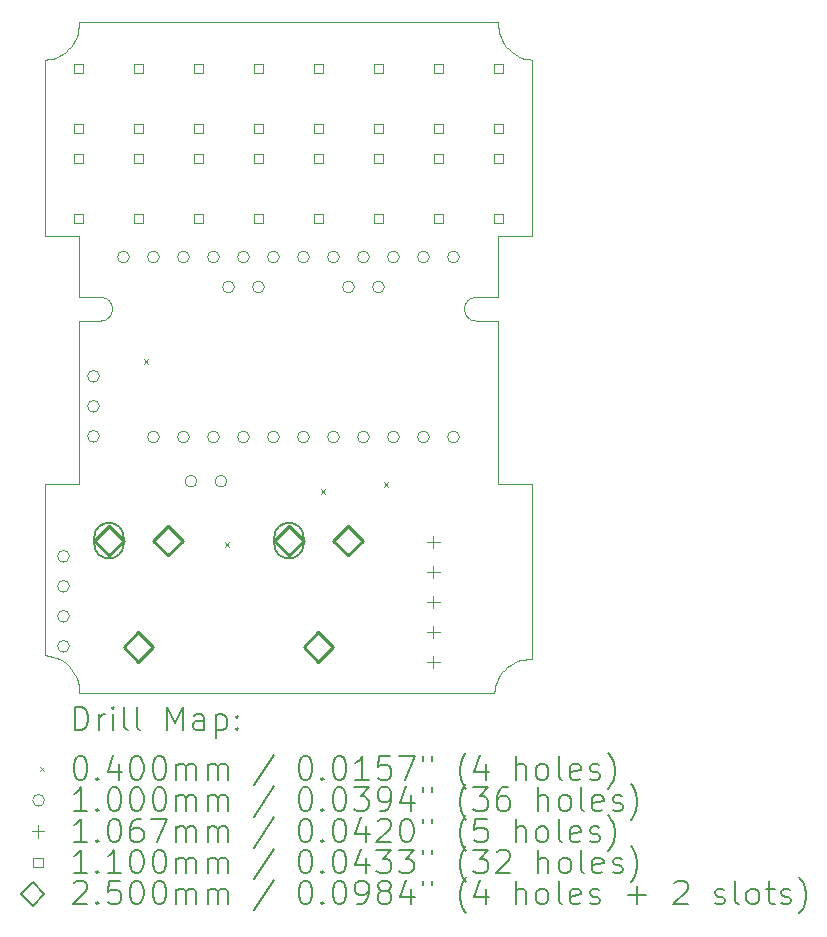
<source format=gbr>
%TF.GenerationSoftware,KiCad,Pcbnew,(6.0.7)*%
%TF.CreationDate,2022-08-14T18:42:13+02:00*%
%TF.ProjectId,BURC_Encoder_JRFormat,42555243-5f45-46e6-936f-6465725f4a52,v1.0*%
%TF.SameCoordinates,Original*%
%TF.FileFunction,Drillmap*%
%TF.FilePolarity,Positive*%
%FSLAX45Y45*%
G04 Gerber Fmt 4.5, Leading zero omitted, Abs format (unit mm)*
G04 Created by KiCad (PCBNEW (6.0.7)) date 2022-08-14 18:42:13*
%MOMM*%
%LPD*%
G01*
G04 APERTURE LIST*
%ADD10C,0.100000*%
%ADD11C,0.050000*%
%ADD12C,0.200000*%
%ADD13C,0.040000*%
%ADD14C,0.106680*%
%ADD15C,0.110000*%
%ADD16C,0.250000*%
G04 APERTURE END LIST*
D10*
X16635485Y-7700989D02*
X16635485Y-7671728D01*
X13087324Y-13319739D02*
X13087324Y-13349000D01*
D11*
X16918457Y-13063225D02*
X16920000Y-11580000D01*
X13085000Y-10200000D02*
X13085000Y-11580000D01*
D10*
X12974903Y-13098988D02*
X12998576Y-13120324D01*
X16713479Y-13130636D02*
X16739260Y-13111916D01*
X16684177Y-7850925D02*
X16668251Y-7823316D01*
X16891924Y-7985901D02*
X16860733Y-7979272D01*
X13085000Y-10000000D02*
X13085000Y-9476500D01*
X16649700Y-13201451D02*
X16668445Y-13175645D01*
X16689781Y-13151972D02*
X16713479Y-13130636D01*
D11*
X13087324Y-13350000D02*
X16601000Y-13350000D01*
D10*
X12921512Y-13064291D02*
X12949097Y-13080243D01*
X16610914Y-13288472D02*
X16620769Y-13258170D01*
X13035823Y-7850925D02*
X13017103Y-7876706D01*
D11*
X13085000Y-11580000D02*
X12800000Y-11580000D01*
D10*
X12949097Y-13080243D02*
X12974903Y-13098988D01*
X16921261Y-7988974D02*
X16891924Y-7985901D01*
X16739260Y-13111916D02*
X16766870Y-13095991D01*
X16889197Y-13063225D02*
X16918457Y-13063225D01*
X16826306Y-13073181D02*
X16857497Y-13066552D01*
D11*
X16635000Y-9476500D02*
X16921261Y-9476500D01*
X16920000Y-11580000D02*
X16635000Y-11580000D01*
D10*
X16766870Y-13095991D02*
X16796004Y-13083011D01*
X12862076Y-13041457D02*
X12892379Y-13051312D01*
X13074558Y-7763880D02*
X13064703Y-7794182D01*
X16860733Y-7979272D02*
X16830430Y-7969416D01*
D11*
X16635000Y-10000000D02*
X16450000Y-10000000D01*
D10*
X16830430Y-7969416D02*
X16801297Y-7956437D01*
X13081187Y-7732688D02*
X13074558Y-7763880D01*
X13270000Y-10200000D02*
G75*
G03*
X13270000Y-10000000I0J100000D01*
G01*
D11*
X16450000Y-10200000D02*
X16635000Y-10200000D01*
D10*
X12995767Y-7900405D02*
X12972094Y-7921741D01*
X16801297Y-7956437D02*
X16773712Y-7940486D01*
X12918703Y-7956437D02*
X12889570Y-7969391D01*
X13054558Y-13197413D02*
X13067537Y-13226547D01*
D11*
X16635000Y-10000000D02*
X16635000Y-9476500D01*
D10*
X13051749Y-7823316D02*
X13035823Y-7850925D01*
X16773712Y-7940486D02*
X16747906Y-7921741D01*
X16635485Y-7671728D02*
X13084489Y-7671728D01*
X16921261Y-9476500D02*
X16921261Y-7988974D01*
X13083996Y-13288040D02*
X13087324Y-13319739D01*
X16620769Y-13258170D02*
X16633749Y-13229036D01*
X16747906Y-7921741D02*
X16724233Y-7900405D01*
X16702897Y-7876706D02*
X16684177Y-7850925D01*
X16633749Y-13229036D02*
X16649700Y-13201451D01*
X12892379Y-13051312D02*
X12921512Y-13064291D01*
X12998576Y-13120324D02*
X13019912Y-13144022D01*
X16655272Y-7794182D02*
X16645442Y-7763880D01*
X12828076Y-7985901D02*
X12798739Y-7988974D01*
X16796004Y-13083011D02*
X16826306Y-13073181D01*
X13017103Y-7876706D02*
X12995767Y-7900405D01*
X13084515Y-7700989D02*
X13081187Y-7732688D01*
X12801548Y-13031754D02*
X12830885Y-13034827D01*
X16638813Y-7732688D02*
X16635485Y-7700989D01*
X12946288Y-7940486D02*
X12918703Y-7956437D01*
X12859267Y-7979246D02*
X12828076Y-7985901D01*
X13064703Y-7794182D02*
X13051749Y-7823316D01*
X16604285Y-13319663D02*
X16610914Y-13288472D01*
X16668445Y-13175645D02*
X16689781Y-13151972D01*
X13038632Y-13169803D02*
X13054558Y-13197413D01*
X12889570Y-7969391D02*
X12859267Y-7979246D01*
X13085000Y-10200000D02*
X13270000Y-10200000D01*
X16601211Y-13349000D02*
X16604285Y-13319663D01*
X16645442Y-7763880D02*
X16638813Y-7732688D01*
X13084489Y-7671728D02*
X13084515Y-7700989D01*
X12830885Y-13034827D02*
X12862076Y-13041457D01*
X12798739Y-7988974D02*
X12798739Y-9476500D01*
X16724233Y-7900405D02*
X16702897Y-7876706D01*
X12972094Y-7921741D02*
X12946288Y-7940486D01*
X16668251Y-7823316D02*
X16655272Y-7794182D01*
X13067537Y-13226547D02*
X13077367Y-13256849D01*
D11*
X16635000Y-10200000D02*
X16635000Y-11580000D01*
D10*
X13019912Y-13144022D02*
X13038632Y-13169803D01*
D11*
X12800000Y-11580000D02*
X12801548Y-13031754D01*
D10*
X16857497Y-13066552D02*
X16889197Y-13063225D01*
X13270000Y-10000000D02*
X13085000Y-10000000D01*
X12798739Y-9476500D02*
X13085000Y-9476500D01*
D11*
X16450000Y-10000000D02*
G75*
G03*
X16450000Y-10200000I0J-100000D01*
G01*
D10*
X13077367Y-13256849D02*
X13083996Y-13288040D01*
D12*
D13*
X13632500Y-10521000D02*
X13672500Y-10561000D01*
X13672500Y-10521000D02*
X13632500Y-10561000D01*
X14318300Y-12070400D02*
X14358300Y-12110400D01*
X14358300Y-12070400D02*
X14318300Y-12110400D01*
X15131100Y-11625900D02*
X15171100Y-11665900D01*
X15171100Y-11625900D02*
X15131100Y-11665900D01*
X15664500Y-11565000D02*
X15704500Y-11605000D01*
X15704500Y-11565000D02*
X15664500Y-11605000D01*
D10*
X13004000Y-12192000D02*
G75*
G03*
X13004000Y-12192000I-50000J0D01*
G01*
X13004000Y-12446000D02*
G75*
G03*
X13004000Y-12446000I-50000J0D01*
G01*
X13004000Y-12700000D02*
G75*
G03*
X13004000Y-12700000I-50000J0D01*
G01*
X13004000Y-12954000D02*
G75*
G03*
X13004000Y-12954000I-50000J0D01*
G01*
X13258000Y-10668000D02*
G75*
G03*
X13258000Y-10668000I-50000J0D01*
G01*
X13258000Y-10922000D02*
G75*
G03*
X13258000Y-10922000I-50000J0D01*
G01*
X13258000Y-11176000D02*
G75*
G03*
X13258000Y-11176000I-50000J0D01*
G01*
X13512000Y-9658500D02*
G75*
G03*
X13512000Y-9658500I-50000J0D01*
G01*
X13766000Y-9658500D02*
G75*
G03*
X13766000Y-9658500I-50000J0D01*
G01*
X13766000Y-11182500D02*
G75*
G03*
X13766000Y-11182500I-50000J0D01*
G01*
X14020000Y-9658500D02*
G75*
G03*
X14020000Y-9658500I-50000J0D01*
G01*
X14020000Y-11182500D02*
G75*
G03*
X14020000Y-11182500I-50000J0D01*
G01*
X14083500Y-11557000D02*
G75*
G03*
X14083500Y-11557000I-50000J0D01*
G01*
X14274000Y-9658500D02*
G75*
G03*
X14274000Y-9658500I-50000J0D01*
G01*
X14274000Y-11182500D02*
G75*
G03*
X14274000Y-11182500I-50000J0D01*
G01*
X14337500Y-11557000D02*
G75*
G03*
X14337500Y-11557000I-50000J0D01*
G01*
X14401000Y-9912500D02*
G75*
G03*
X14401000Y-9912500I-50000J0D01*
G01*
X14528000Y-9658500D02*
G75*
G03*
X14528000Y-9658500I-50000J0D01*
G01*
X14528000Y-11182500D02*
G75*
G03*
X14528000Y-11182500I-50000J0D01*
G01*
X14655000Y-9912500D02*
G75*
G03*
X14655000Y-9912500I-50000J0D01*
G01*
X14782000Y-9658500D02*
G75*
G03*
X14782000Y-9658500I-50000J0D01*
G01*
X14782000Y-11182500D02*
G75*
G03*
X14782000Y-11182500I-50000J0D01*
G01*
X15036000Y-9658500D02*
G75*
G03*
X15036000Y-9658500I-50000J0D01*
G01*
X15036000Y-11182500D02*
G75*
G03*
X15036000Y-11182500I-50000J0D01*
G01*
X15290000Y-9658500D02*
G75*
G03*
X15290000Y-9658500I-50000J0D01*
G01*
X15290000Y-11182500D02*
G75*
G03*
X15290000Y-11182500I-50000J0D01*
G01*
X15417000Y-9912500D02*
G75*
G03*
X15417000Y-9912500I-50000J0D01*
G01*
X15544000Y-9658500D02*
G75*
G03*
X15544000Y-9658500I-50000J0D01*
G01*
X15544000Y-11182500D02*
G75*
G03*
X15544000Y-11182500I-50000J0D01*
G01*
X15671000Y-9912500D02*
G75*
G03*
X15671000Y-9912500I-50000J0D01*
G01*
X15798000Y-9658500D02*
G75*
G03*
X15798000Y-9658500I-50000J0D01*
G01*
X15798000Y-11182500D02*
G75*
G03*
X15798000Y-11182500I-50000J0D01*
G01*
X16052000Y-9658500D02*
G75*
G03*
X16052000Y-9658500I-50000J0D01*
G01*
X16052000Y-11182500D02*
G75*
G03*
X16052000Y-11182500I-50000J0D01*
G01*
X16306000Y-9658500D02*
G75*
G03*
X16306000Y-9658500I-50000J0D01*
G01*
X16306000Y-11182500D02*
G75*
G03*
X16306000Y-11182500I-50000J0D01*
G01*
D14*
X16084922Y-12018613D02*
X16084922Y-12125293D01*
X16031582Y-12071953D02*
X16138262Y-12071953D01*
X16084922Y-12272613D02*
X16084922Y-12379293D01*
X16031582Y-12325953D02*
X16138262Y-12325953D01*
X16084922Y-12526613D02*
X16084922Y-12633293D01*
X16031582Y-12579953D02*
X16138262Y-12579953D01*
X16084922Y-12780613D02*
X16084922Y-12887293D01*
X16031582Y-12833953D02*
X16138262Y-12833953D01*
X16084922Y-13034613D02*
X16084922Y-13141293D01*
X16031582Y-13087953D02*
X16138262Y-13087953D01*
D15*
X13119891Y-8103391D02*
X13119891Y-8025609D01*
X13042109Y-8025609D01*
X13042109Y-8103391D01*
X13119891Y-8103391D01*
X13119891Y-8611391D02*
X13119891Y-8533609D01*
X13042109Y-8533609D01*
X13042109Y-8611391D01*
X13119891Y-8611391D01*
X13119891Y-8865391D02*
X13119891Y-8787609D01*
X13042109Y-8787609D01*
X13042109Y-8865391D01*
X13119891Y-8865391D01*
X13119891Y-9373391D02*
X13119891Y-9295609D01*
X13042109Y-9295609D01*
X13042109Y-9373391D01*
X13119891Y-9373391D01*
X13627891Y-8103391D02*
X13627891Y-8025609D01*
X13550109Y-8025609D01*
X13550109Y-8103391D01*
X13627891Y-8103391D01*
X13627891Y-8611391D02*
X13627891Y-8533609D01*
X13550109Y-8533609D01*
X13550109Y-8611391D01*
X13627891Y-8611391D01*
X13627891Y-8865391D02*
X13627891Y-8787609D01*
X13550109Y-8787609D01*
X13550109Y-8865391D01*
X13627891Y-8865391D01*
X13627891Y-9373391D02*
X13627891Y-9295609D01*
X13550109Y-9295609D01*
X13550109Y-9373391D01*
X13627891Y-9373391D01*
X14135891Y-8103391D02*
X14135891Y-8025609D01*
X14058109Y-8025609D01*
X14058109Y-8103391D01*
X14135891Y-8103391D01*
X14135891Y-8611391D02*
X14135891Y-8533609D01*
X14058109Y-8533609D01*
X14058109Y-8611391D01*
X14135891Y-8611391D01*
X14135891Y-8865391D02*
X14135891Y-8787609D01*
X14058109Y-8787609D01*
X14058109Y-8865391D01*
X14135891Y-8865391D01*
X14135891Y-9373391D02*
X14135891Y-9295609D01*
X14058109Y-9295609D01*
X14058109Y-9373391D01*
X14135891Y-9373391D01*
X14643891Y-8103391D02*
X14643891Y-8025609D01*
X14566109Y-8025609D01*
X14566109Y-8103391D01*
X14643891Y-8103391D01*
X14643891Y-8611391D02*
X14643891Y-8533609D01*
X14566109Y-8533609D01*
X14566109Y-8611391D01*
X14643891Y-8611391D01*
X14643891Y-8865391D02*
X14643891Y-8787609D01*
X14566109Y-8787609D01*
X14566109Y-8865391D01*
X14643891Y-8865391D01*
X14643891Y-9373391D02*
X14643891Y-9295609D01*
X14566109Y-9295609D01*
X14566109Y-9373391D01*
X14643891Y-9373391D01*
X15151891Y-8103391D02*
X15151891Y-8025609D01*
X15074109Y-8025609D01*
X15074109Y-8103391D01*
X15151891Y-8103391D01*
X15151891Y-8611391D02*
X15151891Y-8533609D01*
X15074109Y-8533609D01*
X15074109Y-8611391D01*
X15151891Y-8611391D01*
X15151891Y-8865391D02*
X15151891Y-8787609D01*
X15074109Y-8787609D01*
X15074109Y-8865391D01*
X15151891Y-8865391D01*
X15151891Y-9373391D02*
X15151891Y-9295609D01*
X15074109Y-9295609D01*
X15074109Y-9373391D01*
X15151891Y-9373391D01*
X15659891Y-8103391D02*
X15659891Y-8025609D01*
X15582109Y-8025609D01*
X15582109Y-8103391D01*
X15659891Y-8103391D01*
X15659891Y-8611391D02*
X15659891Y-8533609D01*
X15582109Y-8533609D01*
X15582109Y-8611391D01*
X15659891Y-8611391D01*
X15659891Y-8865391D02*
X15659891Y-8787609D01*
X15582109Y-8787609D01*
X15582109Y-8865391D01*
X15659891Y-8865391D01*
X15659891Y-9373391D02*
X15659891Y-9295609D01*
X15582109Y-9295609D01*
X15582109Y-9373391D01*
X15659891Y-9373391D01*
X16167891Y-8103391D02*
X16167891Y-8025609D01*
X16090109Y-8025609D01*
X16090109Y-8103391D01*
X16167891Y-8103391D01*
X16167891Y-8611391D02*
X16167891Y-8533609D01*
X16090109Y-8533609D01*
X16090109Y-8611391D01*
X16167891Y-8611391D01*
X16167891Y-8865391D02*
X16167891Y-8787609D01*
X16090109Y-8787609D01*
X16090109Y-8865391D01*
X16167891Y-8865391D01*
X16167891Y-9373391D02*
X16167891Y-9295609D01*
X16090109Y-9295609D01*
X16090109Y-9373391D01*
X16167891Y-9373391D01*
X16675891Y-8103391D02*
X16675891Y-8025609D01*
X16598109Y-8025609D01*
X16598109Y-8103391D01*
X16675891Y-8103391D01*
X16675891Y-8611391D02*
X16675891Y-8533609D01*
X16598109Y-8533609D01*
X16598109Y-8611391D01*
X16675891Y-8611391D01*
X16675891Y-8865391D02*
X16675891Y-8787609D01*
X16598109Y-8787609D01*
X16598109Y-8865391D01*
X16675891Y-8865391D01*
X16675891Y-9373391D02*
X16675891Y-9295609D01*
X16598109Y-9295609D01*
X16598109Y-9373391D01*
X16675891Y-9373391D01*
D16*
X13339000Y-12184500D02*
X13464000Y-12059500D01*
X13339000Y-11934500D01*
X13214000Y-12059500D01*
X13339000Y-12184500D01*
D12*
X13214000Y-12034500D02*
X13214000Y-12084500D01*
X13464000Y-12034500D02*
X13464000Y-12084500D01*
X13214000Y-12084500D02*
G75*
G03*
X13464000Y-12084500I125000J0D01*
G01*
X13464000Y-12034500D02*
G75*
G03*
X13214000Y-12034500I-125000J0D01*
G01*
D16*
X13589000Y-13084500D02*
X13714000Y-12959500D01*
X13589000Y-12834500D01*
X13464000Y-12959500D01*
X13589000Y-13084500D01*
X13839000Y-12184500D02*
X13964000Y-12059500D01*
X13839000Y-11934500D01*
X13714000Y-12059500D01*
X13839000Y-12184500D01*
X14863000Y-12184500D02*
X14988000Y-12059500D01*
X14863000Y-11934500D01*
X14738000Y-12059500D01*
X14863000Y-12184500D01*
D12*
X14738000Y-12034500D02*
X14738000Y-12084500D01*
X14988000Y-12034500D02*
X14988000Y-12084500D01*
X14738000Y-12084500D02*
G75*
G03*
X14988000Y-12084500I125000J0D01*
G01*
X14988000Y-12034500D02*
G75*
G03*
X14738000Y-12034500I-125000J0D01*
G01*
D16*
X15113000Y-13084500D02*
X15238000Y-12959500D01*
X15113000Y-12834500D01*
X14988000Y-12959500D01*
X15113000Y-13084500D01*
X15363000Y-12184500D02*
X15488000Y-12059500D01*
X15363000Y-11934500D01*
X15238000Y-12059500D01*
X15363000Y-12184500D01*
D12*
X13051358Y-13664476D02*
X13051358Y-13464476D01*
X13098977Y-13464476D01*
X13127549Y-13474000D01*
X13146596Y-13493048D01*
X13156120Y-13512095D01*
X13165644Y-13550190D01*
X13165644Y-13578762D01*
X13156120Y-13616857D01*
X13146596Y-13635905D01*
X13127549Y-13654952D01*
X13098977Y-13664476D01*
X13051358Y-13664476D01*
X13251358Y-13664476D02*
X13251358Y-13531143D01*
X13251358Y-13569238D02*
X13260882Y-13550190D01*
X13270406Y-13540667D01*
X13289453Y-13531143D01*
X13308501Y-13531143D01*
X13375168Y-13664476D02*
X13375168Y-13531143D01*
X13375168Y-13464476D02*
X13365644Y-13474000D01*
X13375168Y-13483524D01*
X13384691Y-13474000D01*
X13375168Y-13464476D01*
X13375168Y-13483524D01*
X13498977Y-13664476D02*
X13479930Y-13654952D01*
X13470406Y-13635905D01*
X13470406Y-13464476D01*
X13603739Y-13664476D02*
X13584691Y-13654952D01*
X13575168Y-13635905D01*
X13575168Y-13464476D01*
X13832311Y-13664476D02*
X13832311Y-13464476D01*
X13898977Y-13607333D01*
X13965644Y-13464476D01*
X13965644Y-13664476D01*
X14146596Y-13664476D02*
X14146596Y-13559714D01*
X14137072Y-13540667D01*
X14118025Y-13531143D01*
X14079930Y-13531143D01*
X14060882Y-13540667D01*
X14146596Y-13654952D02*
X14127549Y-13664476D01*
X14079930Y-13664476D01*
X14060882Y-13654952D01*
X14051358Y-13635905D01*
X14051358Y-13616857D01*
X14060882Y-13597809D01*
X14079930Y-13588286D01*
X14127549Y-13588286D01*
X14146596Y-13578762D01*
X14241834Y-13531143D02*
X14241834Y-13731143D01*
X14241834Y-13540667D02*
X14260882Y-13531143D01*
X14298977Y-13531143D01*
X14318025Y-13540667D01*
X14327549Y-13550190D01*
X14337072Y-13569238D01*
X14337072Y-13626381D01*
X14327549Y-13645428D01*
X14318025Y-13654952D01*
X14298977Y-13664476D01*
X14260882Y-13664476D01*
X14241834Y-13654952D01*
X14422787Y-13645428D02*
X14432311Y-13654952D01*
X14422787Y-13664476D01*
X14413263Y-13654952D01*
X14422787Y-13645428D01*
X14422787Y-13664476D01*
X14422787Y-13540667D02*
X14432311Y-13550190D01*
X14422787Y-13559714D01*
X14413263Y-13550190D01*
X14422787Y-13540667D01*
X14422787Y-13559714D01*
D13*
X12753739Y-13974000D02*
X12793739Y-14014000D01*
X12793739Y-13974000D02*
X12753739Y-14014000D01*
D12*
X13089453Y-13884476D02*
X13108501Y-13884476D01*
X13127549Y-13894000D01*
X13137072Y-13903524D01*
X13146596Y-13922571D01*
X13156120Y-13960667D01*
X13156120Y-14008286D01*
X13146596Y-14046381D01*
X13137072Y-14065428D01*
X13127549Y-14074952D01*
X13108501Y-14084476D01*
X13089453Y-14084476D01*
X13070406Y-14074952D01*
X13060882Y-14065428D01*
X13051358Y-14046381D01*
X13041834Y-14008286D01*
X13041834Y-13960667D01*
X13051358Y-13922571D01*
X13060882Y-13903524D01*
X13070406Y-13894000D01*
X13089453Y-13884476D01*
X13241834Y-14065428D02*
X13251358Y-14074952D01*
X13241834Y-14084476D01*
X13232311Y-14074952D01*
X13241834Y-14065428D01*
X13241834Y-14084476D01*
X13422787Y-13951143D02*
X13422787Y-14084476D01*
X13375168Y-13874952D02*
X13327549Y-14017809D01*
X13451358Y-14017809D01*
X13565644Y-13884476D02*
X13584691Y-13884476D01*
X13603739Y-13894000D01*
X13613263Y-13903524D01*
X13622787Y-13922571D01*
X13632311Y-13960667D01*
X13632311Y-14008286D01*
X13622787Y-14046381D01*
X13613263Y-14065428D01*
X13603739Y-14074952D01*
X13584691Y-14084476D01*
X13565644Y-14084476D01*
X13546596Y-14074952D01*
X13537072Y-14065428D01*
X13527549Y-14046381D01*
X13518025Y-14008286D01*
X13518025Y-13960667D01*
X13527549Y-13922571D01*
X13537072Y-13903524D01*
X13546596Y-13894000D01*
X13565644Y-13884476D01*
X13756120Y-13884476D02*
X13775168Y-13884476D01*
X13794215Y-13894000D01*
X13803739Y-13903524D01*
X13813263Y-13922571D01*
X13822787Y-13960667D01*
X13822787Y-14008286D01*
X13813263Y-14046381D01*
X13803739Y-14065428D01*
X13794215Y-14074952D01*
X13775168Y-14084476D01*
X13756120Y-14084476D01*
X13737072Y-14074952D01*
X13727549Y-14065428D01*
X13718025Y-14046381D01*
X13708501Y-14008286D01*
X13708501Y-13960667D01*
X13718025Y-13922571D01*
X13727549Y-13903524D01*
X13737072Y-13894000D01*
X13756120Y-13884476D01*
X13908501Y-14084476D02*
X13908501Y-13951143D01*
X13908501Y-13970190D02*
X13918025Y-13960667D01*
X13937072Y-13951143D01*
X13965644Y-13951143D01*
X13984691Y-13960667D01*
X13994215Y-13979714D01*
X13994215Y-14084476D01*
X13994215Y-13979714D02*
X14003739Y-13960667D01*
X14022787Y-13951143D01*
X14051358Y-13951143D01*
X14070406Y-13960667D01*
X14079930Y-13979714D01*
X14079930Y-14084476D01*
X14175168Y-14084476D02*
X14175168Y-13951143D01*
X14175168Y-13970190D02*
X14184691Y-13960667D01*
X14203739Y-13951143D01*
X14232311Y-13951143D01*
X14251358Y-13960667D01*
X14260882Y-13979714D01*
X14260882Y-14084476D01*
X14260882Y-13979714D02*
X14270406Y-13960667D01*
X14289453Y-13951143D01*
X14318025Y-13951143D01*
X14337072Y-13960667D01*
X14346596Y-13979714D01*
X14346596Y-14084476D01*
X14737072Y-13874952D02*
X14565644Y-14132095D01*
X14994215Y-13884476D02*
X15013263Y-13884476D01*
X15032311Y-13894000D01*
X15041834Y-13903524D01*
X15051358Y-13922571D01*
X15060882Y-13960667D01*
X15060882Y-14008286D01*
X15051358Y-14046381D01*
X15041834Y-14065428D01*
X15032311Y-14074952D01*
X15013263Y-14084476D01*
X14994215Y-14084476D01*
X14975168Y-14074952D01*
X14965644Y-14065428D01*
X14956120Y-14046381D01*
X14946596Y-14008286D01*
X14946596Y-13960667D01*
X14956120Y-13922571D01*
X14965644Y-13903524D01*
X14975168Y-13894000D01*
X14994215Y-13884476D01*
X15146596Y-14065428D02*
X15156120Y-14074952D01*
X15146596Y-14084476D01*
X15137072Y-14074952D01*
X15146596Y-14065428D01*
X15146596Y-14084476D01*
X15279930Y-13884476D02*
X15298977Y-13884476D01*
X15318025Y-13894000D01*
X15327549Y-13903524D01*
X15337072Y-13922571D01*
X15346596Y-13960667D01*
X15346596Y-14008286D01*
X15337072Y-14046381D01*
X15327549Y-14065428D01*
X15318025Y-14074952D01*
X15298977Y-14084476D01*
X15279930Y-14084476D01*
X15260882Y-14074952D01*
X15251358Y-14065428D01*
X15241834Y-14046381D01*
X15232311Y-14008286D01*
X15232311Y-13960667D01*
X15241834Y-13922571D01*
X15251358Y-13903524D01*
X15260882Y-13894000D01*
X15279930Y-13884476D01*
X15537072Y-14084476D02*
X15422787Y-14084476D01*
X15479930Y-14084476D02*
X15479930Y-13884476D01*
X15460882Y-13913048D01*
X15441834Y-13932095D01*
X15422787Y-13941619D01*
X15718025Y-13884476D02*
X15622787Y-13884476D01*
X15613263Y-13979714D01*
X15622787Y-13970190D01*
X15641834Y-13960667D01*
X15689453Y-13960667D01*
X15708501Y-13970190D01*
X15718025Y-13979714D01*
X15727549Y-13998762D01*
X15727549Y-14046381D01*
X15718025Y-14065428D01*
X15708501Y-14074952D01*
X15689453Y-14084476D01*
X15641834Y-14084476D01*
X15622787Y-14074952D01*
X15613263Y-14065428D01*
X15794215Y-13884476D02*
X15927549Y-13884476D01*
X15841834Y-14084476D01*
X15994215Y-13884476D02*
X15994215Y-13922571D01*
X16070406Y-13884476D02*
X16070406Y-13922571D01*
X16365644Y-14160667D02*
X16356120Y-14151143D01*
X16337072Y-14122571D01*
X16327549Y-14103524D01*
X16318025Y-14074952D01*
X16308501Y-14027333D01*
X16308501Y-13989238D01*
X16318025Y-13941619D01*
X16327549Y-13913048D01*
X16337072Y-13894000D01*
X16356120Y-13865428D01*
X16365644Y-13855905D01*
X16527549Y-13951143D02*
X16527549Y-14084476D01*
X16479930Y-13874952D02*
X16432311Y-14017809D01*
X16556120Y-14017809D01*
X16784692Y-14084476D02*
X16784692Y-13884476D01*
X16870406Y-14084476D02*
X16870406Y-13979714D01*
X16860882Y-13960667D01*
X16841834Y-13951143D01*
X16813263Y-13951143D01*
X16794215Y-13960667D01*
X16784692Y-13970190D01*
X16994215Y-14084476D02*
X16975168Y-14074952D01*
X16965644Y-14065428D01*
X16956120Y-14046381D01*
X16956120Y-13989238D01*
X16965644Y-13970190D01*
X16975168Y-13960667D01*
X16994215Y-13951143D01*
X17022787Y-13951143D01*
X17041834Y-13960667D01*
X17051358Y-13970190D01*
X17060882Y-13989238D01*
X17060882Y-14046381D01*
X17051358Y-14065428D01*
X17041834Y-14074952D01*
X17022787Y-14084476D01*
X16994215Y-14084476D01*
X17175168Y-14084476D02*
X17156120Y-14074952D01*
X17146596Y-14055905D01*
X17146596Y-13884476D01*
X17327549Y-14074952D02*
X17308501Y-14084476D01*
X17270406Y-14084476D01*
X17251358Y-14074952D01*
X17241834Y-14055905D01*
X17241834Y-13979714D01*
X17251358Y-13960667D01*
X17270406Y-13951143D01*
X17308501Y-13951143D01*
X17327549Y-13960667D01*
X17337073Y-13979714D01*
X17337073Y-13998762D01*
X17241834Y-14017809D01*
X17413263Y-14074952D02*
X17432311Y-14084476D01*
X17470406Y-14084476D01*
X17489453Y-14074952D01*
X17498977Y-14055905D01*
X17498977Y-14046381D01*
X17489453Y-14027333D01*
X17470406Y-14017809D01*
X17441834Y-14017809D01*
X17422787Y-14008286D01*
X17413263Y-13989238D01*
X17413263Y-13979714D01*
X17422787Y-13960667D01*
X17441834Y-13951143D01*
X17470406Y-13951143D01*
X17489453Y-13960667D01*
X17565644Y-14160667D02*
X17575168Y-14151143D01*
X17594215Y-14122571D01*
X17603739Y-14103524D01*
X17613263Y-14074952D01*
X17622787Y-14027333D01*
X17622787Y-13989238D01*
X17613263Y-13941619D01*
X17603739Y-13913048D01*
X17594215Y-13894000D01*
X17575168Y-13865428D01*
X17565644Y-13855905D01*
D10*
X12793739Y-14258000D02*
G75*
G03*
X12793739Y-14258000I-50000J0D01*
G01*
D12*
X13156120Y-14348476D02*
X13041834Y-14348476D01*
X13098977Y-14348476D02*
X13098977Y-14148476D01*
X13079930Y-14177048D01*
X13060882Y-14196095D01*
X13041834Y-14205619D01*
X13241834Y-14329428D02*
X13251358Y-14338952D01*
X13241834Y-14348476D01*
X13232311Y-14338952D01*
X13241834Y-14329428D01*
X13241834Y-14348476D01*
X13375168Y-14148476D02*
X13394215Y-14148476D01*
X13413263Y-14158000D01*
X13422787Y-14167524D01*
X13432311Y-14186571D01*
X13441834Y-14224667D01*
X13441834Y-14272286D01*
X13432311Y-14310381D01*
X13422787Y-14329428D01*
X13413263Y-14338952D01*
X13394215Y-14348476D01*
X13375168Y-14348476D01*
X13356120Y-14338952D01*
X13346596Y-14329428D01*
X13337072Y-14310381D01*
X13327549Y-14272286D01*
X13327549Y-14224667D01*
X13337072Y-14186571D01*
X13346596Y-14167524D01*
X13356120Y-14158000D01*
X13375168Y-14148476D01*
X13565644Y-14148476D02*
X13584691Y-14148476D01*
X13603739Y-14158000D01*
X13613263Y-14167524D01*
X13622787Y-14186571D01*
X13632311Y-14224667D01*
X13632311Y-14272286D01*
X13622787Y-14310381D01*
X13613263Y-14329428D01*
X13603739Y-14338952D01*
X13584691Y-14348476D01*
X13565644Y-14348476D01*
X13546596Y-14338952D01*
X13537072Y-14329428D01*
X13527549Y-14310381D01*
X13518025Y-14272286D01*
X13518025Y-14224667D01*
X13527549Y-14186571D01*
X13537072Y-14167524D01*
X13546596Y-14158000D01*
X13565644Y-14148476D01*
X13756120Y-14148476D02*
X13775168Y-14148476D01*
X13794215Y-14158000D01*
X13803739Y-14167524D01*
X13813263Y-14186571D01*
X13822787Y-14224667D01*
X13822787Y-14272286D01*
X13813263Y-14310381D01*
X13803739Y-14329428D01*
X13794215Y-14338952D01*
X13775168Y-14348476D01*
X13756120Y-14348476D01*
X13737072Y-14338952D01*
X13727549Y-14329428D01*
X13718025Y-14310381D01*
X13708501Y-14272286D01*
X13708501Y-14224667D01*
X13718025Y-14186571D01*
X13727549Y-14167524D01*
X13737072Y-14158000D01*
X13756120Y-14148476D01*
X13908501Y-14348476D02*
X13908501Y-14215143D01*
X13908501Y-14234190D02*
X13918025Y-14224667D01*
X13937072Y-14215143D01*
X13965644Y-14215143D01*
X13984691Y-14224667D01*
X13994215Y-14243714D01*
X13994215Y-14348476D01*
X13994215Y-14243714D02*
X14003739Y-14224667D01*
X14022787Y-14215143D01*
X14051358Y-14215143D01*
X14070406Y-14224667D01*
X14079930Y-14243714D01*
X14079930Y-14348476D01*
X14175168Y-14348476D02*
X14175168Y-14215143D01*
X14175168Y-14234190D02*
X14184691Y-14224667D01*
X14203739Y-14215143D01*
X14232311Y-14215143D01*
X14251358Y-14224667D01*
X14260882Y-14243714D01*
X14260882Y-14348476D01*
X14260882Y-14243714D02*
X14270406Y-14224667D01*
X14289453Y-14215143D01*
X14318025Y-14215143D01*
X14337072Y-14224667D01*
X14346596Y-14243714D01*
X14346596Y-14348476D01*
X14737072Y-14138952D02*
X14565644Y-14396095D01*
X14994215Y-14148476D02*
X15013263Y-14148476D01*
X15032311Y-14158000D01*
X15041834Y-14167524D01*
X15051358Y-14186571D01*
X15060882Y-14224667D01*
X15060882Y-14272286D01*
X15051358Y-14310381D01*
X15041834Y-14329428D01*
X15032311Y-14338952D01*
X15013263Y-14348476D01*
X14994215Y-14348476D01*
X14975168Y-14338952D01*
X14965644Y-14329428D01*
X14956120Y-14310381D01*
X14946596Y-14272286D01*
X14946596Y-14224667D01*
X14956120Y-14186571D01*
X14965644Y-14167524D01*
X14975168Y-14158000D01*
X14994215Y-14148476D01*
X15146596Y-14329428D02*
X15156120Y-14338952D01*
X15146596Y-14348476D01*
X15137072Y-14338952D01*
X15146596Y-14329428D01*
X15146596Y-14348476D01*
X15279930Y-14148476D02*
X15298977Y-14148476D01*
X15318025Y-14158000D01*
X15327549Y-14167524D01*
X15337072Y-14186571D01*
X15346596Y-14224667D01*
X15346596Y-14272286D01*
X15337072Y-14310381D01*
X15327549Y-14329428D01*
X15318025Y-14338952D01*
X15298977Y-14348476D01*
X15279930Y-14348476D01*
X15260882Y-14338952D01*
X15251358Y-14329428D01*
X15241834Y-14310381D01*
X15232311Y-14272286D01*
X15232311Y-14224667D01*
X15241834Y-14186571D01*
X15251358Y-14167524D01*
X15260882Y-14158000D01*
X15279930Y-14148476D01*
X15413263Y-14148476D02*
X15537072Y-14148476D01*
X15470406Y-14224667D01*
X15498977Y-14224667D01*
X15518025Y-14234190D01*
X15527549Y-14243714D01*
X15537072Y-14262762D01*
X15537072Y-14310381D01*
X15527549Y-14329428D01*
X15518025Y-14338952D01*
X15498977Y-14348476D01*
X15441834Y-14348476D01*
X15422787Y-14338952D01*
X15413263Y-14329428D01*
X15632311Y-14348476D02*
X15670406Y-14348476D01*
X15689453Y-14338952D01*
X15698977Y-14329428D01*
X15718025Y-14300857D01*
X15727549Y-14262762D01*
X15727549Y-14186571D01*
X15718025Y-14167524D01*
X15708501Y-14158000D01*
X15689453Y-14148476D01*
X15651358Y-14148476D01*
X15632311Y-14158000D01*
X15622787Y-14167524D01*
X15613263Y-14186571D01*
X15613263Y-14234190D01*
X15622787Y-14253238D01*
X15632311Y-14262762D01*
X15651358Y-14272286D01*
X15689453Y-14272286D01*
X15708501Y-14262762D01*
X15718025Y-14253238D01*
X15727549Y-14234190D01*
X15898977Y-14215143D02*
X15898977Y-14348476D01*
X15851358Y-14138952D02*
X15803739Y-14281809D01*
X15927549Y-14281809D01*
X15994215Y-14148476D02*
X15994215Y-14186571D01*
X16070406Y-14148476D02*
X16070406Y-14186571D01*
X16365644Y-14424667D02*
X16356120Y-14415143D01*
X16337072Y-14386571D01*
X16327549Y-14367524D01*
X16318025Y-14338952D01*
X16308501Y-14291333D01*
X16308501Y-14253238D01*
X16318025Y-14205619D01*
X16327549Y-14177048D01*
X16337072Y-14158000D01*
X16356120Y-14129428D01*
X16365644Y-14119905D01*
X16422787Y-14148476D02*
X16546596Y-14148476D01*
X16479930Y-14224667D01*
X16508501Y-14224667D01*
X16527549Y-14234190D01*
X16537072Y-14243714D01*
X16546596Y-14262762D01*
X16546596Y-14310381D01*
X16537072Y-14329428D01*
X16527549Y-14338952D01*
X16508501Y-14348476D01*
X16451358Y-14348476D01*
X16432311Y-14338952D01*
X16422787Y-14329428D01*
X16718025Y-14148476D02*
X16679930Y-14148476D01*
X16660882Y-14158000D01*
X16651358Y-14167524D01*
X16632311Y-14196095D01*
X16622787Y-14234190D01*
X16622787Y-14310381D01*
X16632311Y-14329428D01*
X16641834Y-14338952D01*
X16660882Y-14348476D01*
X16698977Y-14348476D01*
X16718025Y-14338952D01*
X16727549Y-14329428D01*
X16737072Y-14310381D01*
X16737072Y-14262762D01*
X16727549Y-14243714D01*
X16718025Y-14234190D01*
X16698977Y-14224667D01*
X16660882Y-14224667D01*
X16641834Y-14234190D01*
X16632311Y-14243714D01*
X16622787Y-14262762D01*
X16975168Y-14348476D02*
X16975168Y-14148476D01*
X17060882Y-14348476D02*
X17060882Y-14243714D01*
X17051358Y-14224667D01*
X17032311Y-14215143D01*
X17003739Y-14215143D01*
X16984692Y-14224667D01*
X16975168Y-14234190D01*
X17184692Y-14348476D02*
X17165644Y-14338952D01*
X17156120Y-14329428D01*
X17146596Y-14310381D01*
X17146596Y-14253238D01*
X17156120Y-14234190D01*
X17165644Y-14224667D01*
X17184692Y-14215143D01*
X17213263Y-14215143D01*
X17232311Y-14224667D01*
X17241834Y-14234190D01*
X17251358Y-14253238D01*
X17251358Y-14310381D01*
X17241834Y-14329428D01*
X17232311Y-14338952D01*
X17213263Y-14348476D01*
X17184692Y-14348476D01*
X17365644Y-14348476D02*
X17346596Y-14338952D01*
X17337073Y-14319905D01*
X17337073Y-14148476D01*
X17518025Y-14338952D02*
X17498977Y-14348476D01*
X17460882Y-14348476D01*
X17441834Y-14338952D01*
X17432311Y-14319905D01*
X17432311Y-14243714D01*
X17441834Y-14224667D01*
X17460882Y-14215143D01*
X17498977Y-14215143D01*
X17518025Y-14224667D01*
X17527549Y-14243714D01*
X17527549Y-14262762D01*
X17432311Y-14281809D01*
X17603739Y-14338952D02*
X17622787Y-14348476D01*
X17660882Y-14348476D01*
X17679930Y-14338952D01*
X17689453Y-14319905D01*
X17689453Y-14310381D01*
X17679930Y-14291333D01*
X17660882Y-14281809D01*
X17632311Y-14281809D01*
X17613263Y-14272286D01*
X17603739Y-14253238D01*
X17603739Y-14243714D01*
X17613263Y-14224667D01*
X17632311Y-14215143D01*
X17660882Y-14215143D01*
X17679930Y-14224667D01*
X17756120Y-14424667D02*
X17765644Y-14415143D01*
X17784692Y-14386571D01*
X17794215Y-14367524D01*
X17803739Y-14338952D01*
X17813263Y-14291333D01*
X17813263Y-14253238D01*
X17803739Y-14205619D01*
X17794215Y-14177048D01*
X17784692Y-14158000D01*
X17765644Y-14129428D01*
X17756120Y-14119905D01*
D14*
X12740399Y-14468660D02*
X12740399Y-14575340D01*
X12687059Y-14522000D02*
X12793739Y-14522000D01*
D12*
X13156120Y-14612476D02*
X13041834Y-14612476D01*
X13098977Y-14612476D02*
X13098977Y-14412476D01*
X13079930Y-14441048D01*
X13060882Y-14460095D01*
X13041834Y-14469619D01*
X13241834Y-14593428D02*
X13251358Y-14602952D01*
X13241834Y-14612476D01*
X13232311Y-14602952D01*
X13241834Y-14593428D01*
X13241834Y-14612476D01*
X13375168Y-14412476D02*
X13394215Y-14412476D01*
X13413263Y-14422000D01*
X13422787Y-14431524D01*
X13432311Y-14450571D01*
X13441834Y-14488667D01*
X13441834Y-14536286D01*
X13432311Y-14574381D01*
X13422787Y-14593428D01*
X13413263Y-14602952D01*
X13394215Y-14612476D01*
X13375168Y-14612476D01*
X13356120Y-14602952D01*
X13346596Y-14593428D01*
X13337072Y-14574381D01*
X13327549Y-14536286D01*
X13327549Y-14488667D01*
X13337072Y-14450571D01*
X13346596Y-14431524D01*
X13356120Y-14422000D01*
X13375168Y-14412476D01*
X13613263Y-14412476D02*
X13575168Y-14412476D01*
X13556120Y-14422000D01*
X13546596Y-14431524D01*
X13527549Y-14460095D01*
X13518025Y-14498190D01*
X13518025Y-14574381D01*
X13527549Y-14593428D01*
X13537072Y-14602952D01*
X13556120Y-14612476D01*
X13594215Y-14612476D01*
X13613263Y-14602952D01*
X13622787Y-14593428D01*
X13632311Y-14574381D01*
X13632311Y-14526762D01*
X13622787Y-14507714D01*
X13613263Y-14498190D01*
X13594215Y-14488667D01*
X13556120Y-14488667D01*
X13537072Y-14498190D01*
X13527549Y-14507714D01*
X13518025Y-14526762D01*
X13698977Y-14412476D02*
X13832311Y-14412476D01*
X13746596Y-14612476D01*
X13908501Y-14612476D02*
X13908501Y-14479143D01*
X13908501Y-14498190D02*
X13918025Y-14488667D01*
X13937072Y-14479143D01*
X13965644Y-14479143D01*
X13984691Y-14488667D01*
X13994215Y-14507714D01*
X13994215Y-14612476D01*
X13994215Y-14507714D02*
X14003739Y-14488667D01*
X14022787Y-14479143D01*
X14051358Y-14479143D01*
X14070406Y-14488667D01*
X14079930Y-14507714D01*
X14079930Y-14612476D01*
X14175168Y-14612476D02*
X14175168Y-14479143D01*
X14175168Y-14498190D02*
X14184691Y-14488667D01*
X14203739Y-14479143D01*
X14232311Y-14479143D01*
X14251358Y-14488667D01*
X14260882Y-14507714D01*
X14260882Y-14612476D01*
X14260882Y-14507714D02*
X14270406Y-14488667D01*
X14289453Y-14479143D01*
X14318025Y-14479143D01*
X14337072Y-14488667D01*
X14346596Y-14507714D01*
X14346596Y-14612476D01*
X14737072Y-14402952D02*
X14565644Y-14660095D01*
X14994215Y-14412476D02*
X15013263Y-14412476D01*
X15032311Y-14422000D01*
X15041834Y-14431524D01*
X15051358Y-14450571D01*
X15060882Y-14488667D01*
X15060882Y-14536286D01*
X15051358Y-14574381D01*
X15041834Y-14593428D01*
X15032311Y-14602952D01*
X15013263Y-14612476D01*
X14994215Y-14612476D01*
X14975168Y-14602952D01*
X14965644Y-14593428D01*
X14956120Y-14574381D01*
X14946596Y-14536286D01*
X14946596Y-14488667D01*
X14956120Y-14450571D01*
X14965644Y-14431524D01*
X14975168Y-14422000D01*
X14994215Y-14412476D01*
X15146596Y-14593428D02*
X15156120Y-14602952D01*
X15146596Y-14612476D01*
X15137072Y-14602952D01*
X15146596Y-14593428D01*
X15146596Y-14612476D01*
X15279930Y-14412476D02*
X15298977Y-14412476D01*
X15318025Y-14422000D01*
X15327549Y-14431524D01*
X15337072Y-14450571D01*
X15346596Y-14488667D01*
X15346596Y-14536286D01*
X15337072Y-14574381D01*
X15327549Y-14593428D01*
X15318025Y-14602952D01*
X15298977Y-14612476D01*
X15279930Y-14612476D01*
X15260882Y-14602952D01*
X15251358Y-14593428D01*
X15241834Y-14574381D01*
X15232311Y-14536286D01*
X15232311Y-14488667D01*
X15241834Y-14450571D01*
X15251358Y-14431524D01*
X15260882Y-14422000D01*
X15279930Y-14412476D01*
X15518025Y-14479143D02*
X15518025Y-14612476D01*
X15470406Y-14402952D02*
X15422787Y-14545809D01*
X15546596Y-14545809D01*
X15613263Y-14431524D02*
X15622787Y-14422000D01*
X15641834Y-14412476D01*
X15689453Y-14412476D01*
X15708501Y-14422000D01*
X15718025Y-14431524D01*
X15727549Y-14450571D01*
X15727549Y-14469619D01*
X15718025Y-14498190D01*
X15603739Y-14612476D01*
X15727549Y-14612476D01*
X15851358Y-14412476D02*
X15870406Y-14412476D01*
X15889453Y-14422000D01*
X15898977Y-14431524D01*
X15908501Y-14450571D01*
X15918025Y-14488667D01*
X15918025Y-14536286D01*
X15908501Y-14574381D01*
X15898977Y-14593428D01*
X15889453Y-14602952D01*
X15870406Y-14612476D01*
X15851358Y-14612476D01*
X15832311Y-14602952D01*
X15822787Y-14593428D01*
X15813263Y-14574381D01*
X15803739Y-14536286D01*
X15803739Y-14488667D01*
X15813263Y-14450571D01*
X15822787Y-14431524D01*
X15832311Y-14422000D01*
X15851358Y-14412476D01*
X15994215Y-14412476D02*
X15994215Y-14450571D01*
X16070406Y-14412476D02*
X16070406Y-14450571D01*
X16365644Y-14688667D02*
X16356120Y-14679143D01*
X16337072Y-14650571D01*
X16327549Y-14631524D01*
X16318025Y-14602952D01*
X16308501Y-14555333D01*
X16308501Y-14517238D01*
X16318025Y-14469619D01*
X16327549Y-14441048D01*
X16337072Y-14422000D01*
X16356120Y-14393428D01*
X16365644Y-14383905D01*
X16537072Y-14412476D02*
X16441834Y-14412476D01*
X16432311Y-14507714D01*
X16441834Y-14498190D01*
X16460882Y-14488667D01*
X16508501Y-14488667D01*
X16527549Y-14498190D01*
X16537072Y-14507714D01*
X16546596Y-14526762D01*
X16546596Y-14574381D01*
X16537072Y-14593428D01*
X16527549Y-14602952D01*
X16508501Y-14612476D01*
X16460882Y-14612476D01*
X16441834Y-14602952D01*
X16432311Y-14593428D01*
X16784692Y-14612476D02*
X16784692Y-14412476D01*
X16870406Y-14612476D02*
X16870406Y-14507714D01*
X16860882Y-14488667D01*
X16841834Y-14479143D01*
X16813263Y-14479143D01*
X16794215Y-14488667D01*
X16784692Y-14498190D01*
X16994215Y-14612476D02*
X16975168Y-14602952D01*
X16965644Y-14593428D01*
X16956120Y-14574381D01*
X16956120Y-14517238D01*
X16965644Y-14498190D01*
X16975168Y-14488667D01*
X16994215Y-14479143D01*
X17022787Y-14479143D01*
X17041834Y-14488667D01*
X17051358Y-14498190D01*
X17060882Y-14517238D01*
X17060882Y-14574381D01*
X17051358Y-14593428D01*
X17041834Y-14602952D01*
X17022787Y-14612476D01*
X16994215Y-14612476D01*
X17175168Y-14612476D02*
X17156120Y-14602952D01*
X17146596Y-14583905D01*
X17146596Y-14412476D01*
X17327549Y-14602952D02*
X17308501Y-14612476D01*
X17270406Y-14612476D01*
X17251358Y-14602952D01*
X17241834Y-14583905D01*
X17241834Y-14507714D01*
X17251358Y-14488667D01*
X17270406Y-14479143D01*
X17308501Y-14479143D01*
X17327549Y-14488667D01*
X17337073Y-14507714D01*
X17337073Y-14526762D01*
X17241834Y-14545809D01*
X17413263Y-14602952D02*
X17432311Y-14612476D01*
X17470406Y-14612476D01*
X17489453Y-14602952D01*
X17498977Y-14583905D01*
X17498977Y-14574381D01*
X17489453Y-14555333D01*
X17470406Y-14545809D01*
X17441834Y-14545809D01*
X17422787Y-14536286D01*
X17413263Y-14517238D01*
X17413263Y-14507714D01*
X17422787Y-14488667D01*
X17441834Y-14479143D01*
X17470406Y-14479143D01*
X17489453Y-14488667D01*
X17565644Y-14688667D02*
X17575168Y-14679143D01*
X17594215Y-14650571D01*
X17603739Y-14631524D01*
X17613263Y-14602952D01*
X17622787Y-14555333D01*
X17622787Y-14517238D01*
X17613263Y-14469619D01*
X17603739Y-14441048D01*
X17594215Y-14422000D01*
X17575168Y-14393428D01*
X17565644Y-14383905D01*
D15*
X12777630Y-14824891D02*
X12777630Y-14747109D01*
X12699848Y-14747109D01*
X12699848Y-14824891D01*
X12777630Y-14824891D01*
D12*
X13156120Y-14876476D02*
X13041834Y-14876476D01*
X13098977Y-14876476D02*
X13098977Y-14676476D01*
X13079930Y-14705048D01*
X13060882Y-14724095D01*
X13041834Y-14733619D01*
X13241834Y-14857428D02*
X13251358Y-14866952D01*
X13241834Y-14876476D01*
X13232311Y-14866952D01*
X13241834Y-14857428D01*
X13241834Y-14876476D01*
X13441834Y-14876476D02*
X13327549Y-14876476D01*
X13384691Y-14876476D02*
X13384691Y-14676476D01*
X13365644Y-14705048D01*
X13346596Y-14724095D01*
X13327549Y-14733619D01*
X13565644Y-14676476D02*
X13584691Y-14676476D01*
X13603739Y-14686000D01*
X13613263Y-14695524D01*
X13622787Y-14714571D01*
X13632311Y-14752667D01*
X13632311Y-14800286D01*
X13622787Y-14838381D01*
X13613263Y-14857428D01*
X13603739Y-14866952D01*
X13584691Y-14876476D01*
X13565644Y-14876476D01*
X13546596Y-14866952D01*
X13537072Y-14857428D01*
X13527549Y-14838381D01*
X13518025Y-14800286D01*
X13518025Y-14752667D01*
X13527549Y-14714571D01*
X13537072Y-14695524D01*
X13546596Y-14686000D01*
X13565644Y-14676476D01*
X13756120Y-14676476D02*
X13775168Y-14676476D01*
X13794215Y-14686000D01*
X13803739Y-14695524D01*
X13813263Y-14714571D01*
X13822787Y-14752667D01*
X13822787Y-14800286D01*
X13813263Y-14838381D01*
X13803739Y-14857428D01*
X13794215Y-14866952D01*
X13775168Y-14876476D01*
X13756120Y-14876476D01*
X13737072Y-14866952D01*
X13727549Y-14857428D01*
X13718025Y-14838381D01*
X13708501Y-14800286D01*
X13708501Y-14752667D01*
X13718025Y-14714571D01*
X13727549Y-14695524D01*
X13737072Y-14686000D01*
X13756120Y-14676476D01*
X13908501Y-14876476D02*
X13908501Y-14743143D01*
X13908501Y-14762190D02*
X13918025Y-14752667D01*
X13937072Y-14743143D01*
X13965644Y-14743143D01*
X13984691Y-14752667D01*
X13994215Y-14771714D01*
X13994215Y-14876476D01*
X13994215Y-14771714D02*
X14003739Y-14752667D01*
X14022787Y-14743143D01*
X14051358Y-14743143D01*
X14070406Y-14752667D01*
X14079930Y-14771714D01*
X14079930Y-14876476D01*
X14175168Y-14876476D02*
X14175168Y-14743143D01*
X14175168Y-14762190D02*
X14184691Y-14752667D01*
X14203739Y-14743143D01*
X14232311Y-14743143D01*
X14251358Y-14752667D01*
X14260882Y-14771714D01*
X14260882Y-14876476D01*
X14260882Y-14771714D02*
X14270406Y-14752667D01*
X14289453Y-14743143D01*
X14318025Y-14743143D01*
X14337072Y-14752667D01*
X14346596Y-14771714D01*
X14346596Y-14876476D01*
X14737072Y-14666952D02*
X14565644Y-14924095D01*
X14994215Y-14676476D02*
X15013263Y-14676476D01*
X15032311Y-14686000D01*
X15041834Y-14695524D01*
X15051358Y-14714571D01*
X15060882Y-14752667D01*
X15060882Y-14800286D01*
X15051358Y-14838381D01*
X15041834Y-14857428D01*
X15032311Y-14866952D01*
X15013263Y-14876476D01*
X14994215Y-14876476D01*
X14975168Y-14866952D01*
X14965644Y-14857428D01*
X14956120Y-14838381D01*
X14946596Y-14800286D01*
X14946596Y-14752667D01*
X14956120Y-14714571D01*
X14965644Y-14695524D01*
X14975168Y-14686000D01*
X14994215Y-14676476D01*
X15146596Y-14857428D02*
X15156120Y-14866952D01*
X15146596Y-14876476D01*
X15137072Y-14866952D01*
X15146596Y-14857428D01*
X15146596Y-14876476D01*
X15279930Y-14676476D02*
X15298977Y-14676476D01*
X15318025Y-14686000D01*
X15327549Y-14695524D01*
X15337072Y-14714571D01*
X15346596Y-14752667D01*
X15346596Y-14800286D01*
X15337072Y-14838381D01*
X15327549Y-14857428D01*
X15318025Y-14866952D01*
X15298977Y-14876476D01*
X15279930Y-14876476D01*
X15260882Y-14866952D01*
X15251358Y-14857428D01*
X15241834Y-14838381D01*
X15232311Y-14800286D01*
X15232311Y-14752667D01*
X15241834Y-14714571D01*
X15251358Y-14695524D01*
X15260882Y-14686000D01*
X15279930Y-14676476D01*
X15518025Y-14743143D02*
X15518025Y-14876476D01*
X15470406Y-14666952D02*
X15422787Y-14809809D01*
X15546596Y-14809809D01*
X15603739Y-14676476D02*
X15727549Y-14676476D01*
X15660882Y-14752667D01*
X15689453Y-14752667D01*
X15708501Y-14762190D01*
X15718025Y-14771714D01*
X15727549Y-14790762D01*
X15727549Y-14838381D01*
X15718025Y-14857428D01*
X15708501Y-14866952D01*
X15689453Y-14876476D01*
X15632311Y-14876476D01*
X15613263Y-14866952D01*
X15603739Y-14857428D01*
X15794215Y-14676476D02*
X15918025Y-14676476D01*
X15851358Y-14752667D01*
X15879930Y-14752667D01*
X15898977Y-14762190D01*
X15908501Y-14771714D01*
X15918025Y-14790762D01*
X15918025Y-14838381D01*
X15908501Y-14857428D01*
X15898977Y-14866952D01*
X15879930Y-14876476D01*
X15822787Y-14876476D01*
X15803739Y-14866952D01*
X15794215Y-14857428D01*
X15994215Y-14676476D02*
X15994215Y-14714571D01*
X16070406Y-14676476D02*
X16070406Y-14714571D01*
X16365644Y-14952667D02*
X16356120Y-14943143D01*
X16337072Y-14914571D01*
X16327549Y-14895524D01*
X16318025Y-14866952D01*
X16308501Y-14819333D01*
X16308501Y-14781238D01*
X16318025Y-14733619D01*
X16327549Y-14705048D01*
X16337072Y-14686000D01*
X16356120Y-14657428D01*
X16365644Y-14647905D01*
X16422787Y-14676476D02*
X16546596Y-14676476D01*
X16479930Y-14752667D01*
X16508501Y-14752667D01*
X16527549Y-14762190D01*
X16537072Y-14771714D01*
X16546596Y-14790762D01*
X16546596Y-14838381D01*
X16537072Y-14857428D01*
X16527549Y-14866952D01*
X16508501Y-14876476D01*
X16451358Y-14876476D01*
X16432311Y-14866952D01*
X16422787Y-14857428D01*
X16622787Y-14695524D02*
X16632311Y-14686000D01*
X16651358Y-14676476D01*
X16698977Y-14676476D01*
X16718025Y-14686000D01*
X16727549Y-14695524D01*
X16737072Y-14714571D01*
X16737072Y-14733619D01*
X16727549Y-14762190D01*
X16613263Y-14876476D01*
X16737072Y-14876476D01*
X16975168Y-14876476D02*
X16975168Y-14676476D01*
X17060882Y-14876476D02*
X17060882Y-14771714D01*
X17051358Y-14752667D01*
X17032311Y-14743143D01*
X17003739Y-14743143D01*
X16984692Y-14752667D01*
X16975168Y-14762190D01*
X17184692Y-14876476D02*
X17165644Y-14866952D01*
X17156120Y-14857428D01*
X17146596Y-14838381D01*
X17146596Y-14781238D01*
X17156120Y-14762190D01*
X17165644Y-14752667D01*
X17184692Y-14743143D01*
X17213263Y-14743143D01*
X17232311Y-14752667D01*
X17241834Y-14762190D01*
X17251358Y-14781238D01*
X17251358Y-14838381D01*
X17241834Y-14857428D01*
X17232311Y-14866952D01*
X17213263Y-14876476D01*
X17184692Y-14876476D01*
X17365644Y-14876476D02*
X17346596Y-14866952D01*
X17337073Y-14847905D01*
X17337073Y-14676476D01*
X17518025Y-14866952D02*
X17498977Y-14876476D01*
X17460882Y-14876476D01*
X17441834Y-14866952D01*
X17432311Y-14847905D01*
X17432311Y-14771714D01*
X17441834Y-14752667D01*
X17460882Y-14743143D01*
X17498977Y-14743143D01*
X17518025Y-14752667D01*
X17527549Y-14771714D01*
X17527549Y-14790762D01*
X17432311Y-14809809D01*
X17603739Y-14866952D02*
X17622787Y-14876476D01*
X17660882Y-14876476D01*
X17679930Y-14866952D01*
X17689453Y-14847905D01*
X17689453Y-14838381D01*
X17679930Y-14819333D01*
X17660882Y-14809809D01*
X17632311Y-14809809D01*
X17613263Y-14800286D01*
X17603739Y-14781238D01*
X17603739Y-14771714D01*
X17613263Y-14752667D01*
X17632311Y-14743143D01*
X17660882Y-14743143D01*
X17679930Y-14752667D01*
X17756120Y-14952667D02*
X17765644Y-14943143D01*
X17784692Y-14914571D01*
X17794215Y-14895524D01*
X17803739Y-14866952D01*
X17813263Y-14819333D01*
X17813263Y-14781238D01*
X17803739Y-14733619D01*
X17794215Y-14705048D01*
X17784692Y-14686000D01*
X17765644Y-14657428D01*
X17756120Y-14647905D01*
X12693739Y-15150000D02*
X12793739Y-15050000D01*
X12693739Y-14950000D01*
X12593739Y-15050000D01*
X12693739Y-15150000D01*
X13041834Y-14959524D02*
X13051358Y-14950000D01*
X13070406Y-14940476D01*
X13118025Y-14940476D01*
X13137072Y-14950000D01*
X13146596Y-14959524D01*
X13156120Y-14978571D01*
X13156120Y-14997619D01*
X13146596Y-15026190D01*
X13032311Y-15140476D01*
X13156120Y-15140476D01*
X13241834Y-15121428D02*
X13251358Y-15130952D01*
X13241834Y-15140476D01*
X13232311Y-15130952D01*
X13241834Y-15121428D01*
X13241834Y-15140476D01*
X13432311Y-14940476D02*
X13337072Y-14940476D01*
X13327549Y-15035714D01*
X13337072Y-15026190D01*
X13356120Y-15016667D01*
X13403739Y-15016667D01*
X13422787Y-15026190D01*
X13432311Y-15035714D01*
X13441834Y-15054762D01*
X13441834Y-15102381D01*
X13432311Y-15121428D01*
X13422787Y-15130952D01*
X13403739Y-15140476D01*
X13356120Y-15140476D01*
X13337072Y-15130952D01*
X13327549Y-15121428D01*
X13565644Y-14940476D02*
X13584691Y-14940476D01*
X13603739Y-14950000D01*
X13613263Y-14959524D01*
X13622787Y-14978571D01*
X13632311Y-15016667D01*
X13632311Y-15064286D01*
X13622787Y-15102381D01*
X13613263Y-15121428D01*
X13603739Y-15130952D01*
X13584691Y-15140476D01*
X13565644Y-15140476D01*
X13546596Y-15130952D01*
X13537072Y-15121428D01*
X13527549Y-15102381D01*
X13518025Y-15064286D01*
X13518025Y-15016667D01*
X13527549Y-14978571D01*
X13537072Y-14959524D01*
X13546596Y-14950000D01*
X13565644Y-14940476D01*
X13756120Y-14940476D02*
X13775168Y-14940476D01*
X13794215Y-14950000D01*
X13803739Y-14959524D01*
X13813263Y-14978571D01*
X13822787Y-15016667D01*
X13822787Y-15064286D01*
X13813263Y-15102381D01*
X13803739Y-15121428D01*
X13794215Y-15130952D01*
X13775168Y-15140476D01*
X13756120Y-15140476D01*
X13737072Y-15130952D01*
X13727549Y-15121428D01*
X13718025Y-15102381D01*
X13708501Y-15064286D01*
X13708501Y-15016667D01*
X13718025Y-14978571D01*
X13727549Y-14959524D01*
X13737072Y-14950000D01*
X13756120Y-14940476D01*
X13908501Y-15140476D02*
X13908501Y-15007143D01*
X13908501Y-15026190D02*
X13918025Y-15016667D01*
X13937072Y-15007143D01*
X13965644Y-15007143D01*
X13984691Y-15016667D01*
X13994215Y-15035714D01*
X13994215Y-15140476D01*
X13994215Y-15035714D02*
X14003739Y-15016667D01*
X14022787Y-15007143D01*
X14051358Y-15007143D01*
X14070406Y-15016667D01*
X14079930Y-15035714D01*
X14079930Y-15140476D01*
X14175168Y-15140476D02*
X14175168Y-15007143D01*
X14175168Y-15026190D02*
X14184691Y-15016667D01*
X14203739Y-15007143D01*
X14232311Y-15007143D01*
X14251358Y-15016667D01*
X14260882Y-15035714D01*
X14260882Y-15140476D01*
X14260882Y-15035714D02*
X14270406Y-15016667D01*
X14289453Y-15007143D01*
X14318025Y-15007143D01*
X14337072Y-15016667D01*
X14346596Y-15035714D01*
X14346596Y-15140476D01*
X14737072Y-14930952D02*
X14565644Y-15188095D01*
X14994215Y-14940476D02*
X15013263Y-14940476D01*
X15032311Y-14950000D01*
X15041834Y-14959524D01*
X15051358Y-14978571D01*
X15060882Y-15016667D01*
X15060882Y-15064286D01*
X15051358Y-15102381D01*
X15041834Y-15121428D01*
X15032311Y-15130952D01*
X15013263Y-15140476D01*
X14994215Y-15140476D01*
X14975168Y-15130952D01*
X14965644Y-15121428D01*
X14956120Y-15102381D01*
X14946596Y-15064286D01*
X14946596Y-15016667D01*
X14956120Y-14978571D01*
X14965644Y-14959524D01*
X14975168Y-14950000D01*
X14994215Y-14940476D01*
X15146596Y-15121428D02*
X15156120Y-15130952D01*
X15146596Y-15140476D01*
X15137072Y-15130952D01*
X15146596Y-15121428D01*
X15146596Y-15140476D01*
X15279930Y-14940476D02*
X15298977Y-14940476D01*
X15318025Y-14950000D01*
X15327549Y-14959524D01*
X15337072Y-14978571D01*
X15346596Y-15016667D01*
X15346596Y-15064286D01*
X15337072Y-15102381D01*
X15327549Y-15121428D01*
X15318025Y-15130952D01*
X15298977Y-15140476D01*
X15279930Y-15140476D01*
X15260882Y-15130952D01*
X15251358Y-15121428D01*
X15241834Y-15102381D01*
X15232311Y-15064286D01*
X15232311Y-15016667D01*
X15241834Y-14978571D01*
X15251358Y-14959524D01*
X15260882Y-14950000D01*
X15279930Y-14940476D01*
X15441834Y-15140476D02*
X15479930Y-15140476D01*
X15498977Y-15130952D01*
X15508501Y-15121428D01*
X15527549Y-15092857D01*
X15537072Y-15054762D01*
X15537072Y-14978571D01*
X15527549Y-14959524D01*
X15518025Y-14950000D01*
X15498977Y-14940476D01*
X15460882Y-14940476D01*
X15441834Y-14950000D01*
X15432311Y-14959524D01*
X15422787Y-14978571D01*
X15422787Y-15026190D01*
X15432311Y-15045238D01*
X15441834Y-15054762D01*
X15460882Y-15064286D01*
X15498977Y-15064286D01*
X15518025Y-15054762D01*
X15527549Y-15045238D01*
X15537072Y-15026190D01*
X15651358Y-15026190D02*
X15632311Y-15016667D01*
X15622787Y-15007143D01*
X15613263Y-14988095D01*
X15613263Y-14978571D01*
X15622787Y-14959524D01*
X15632311Y-14950000D01*
X15651358Y-14940476D01*
X15689453Y-14940476D01*
X15708501Y-14950000D01*
X15718025Y-14959524D01*
X15727549Y-14978571D01*
X15727549Y-14988095D01*
X15718025Y-15007143D01*
X15708501Y-15016667D01*
X15689453Y-15026190D01*
X15651358Y-15026190D01*
X15632311Y-15035714D01*
X15622787Y-15045238D01*
X15613263Y-15064286D01*
X15613263Y-15102381D01*
X15622787Y-15121428D01*
X15632311Y-15130952D01*
X15651358Y-15140476D01*
X15689453Y-15140476D01*
X15708501Y-15130952D01*
X15718025Y-15121428D01*
X15727549Y-15102381D01*
X15727549Y-15064286D01*
X15718025Y-15045238D01*
X15708501Y-15035714D01*
X15689453Y-15026190D01*
X15898977Y-15007143D02*
X15898977Y-15140476D01*
X15851358Y-14930952D02*
X15803739Y-15073809D01*
X15927549Y-15073809D01*
X15994215Y-14940476D02*
X15994215Y-14978571D01*
X16070406Y-14940476D02*
X16070406Y-14978571D01*
X16365644Y-15216667D02*
X16356120Y-15207143D01*
X16337072Y-15178571D01*
X16327549Y-15159524D01*
X16318025Y-15130952D01*
X16308501Y-15083333D01*
X16308501Y-15045238D01*
X16318025Y-14997619D01*
X16327549Y-14969048D01*
X16337072Y-14950000D01*
X16356120Y-14921428D01*
X16365644Y-14911905D01*
X16527549Y-15007143D02*
X16527549Y-15140476D01*
X16479930Y-14930952D02*
X16432311Y-15073809D01*
X16556120Y-15073809D01*
X16784692Y-15140476D02*
X16784692Y-14940476D01*
X16870406Y-15140476D02*
X16870406Y-15035714D01*
X16860882Y-15016667D01*
X16841834Y-15007143D01*
X16813263Y-15007143D01*
X16794215Y-15016667D01*
X16784692Y-15026190D01*
X16994215Y-15140476D02*
X16975168Y-15130952D01*
X16965644Y-15121428D01*
X16956120Y-15102381D01*
X16956120Y-15045238D01*
X16965644Y-15026190D01*
X16975168Y-15016667D01*
X16994215Y-15007143D01*
X17022787Y-15007143D01*
X17041834Y-15016667D01*
X17051358Y-15026190D01*
X17060882Y-15045238D01*
X17060882Y-15102381D01*
X17051358Y-15121428D01*
X17041834Y-15130952D01*
X17022787Y-15140476D01*
X16994215Y-15140476D01*
X17175168Y-15140476D02*
X17156120Y-15130952D01*
X17146596Y-15111905D01*
X17146596Y-14940476D01*
X17327549Y-15130952D02*
X17308501Y-15140476D01*
X17270406Y-15140476D01*
X17251358Y-15130952D01*
X17241834Y-15111905D01*
X17241834Y-15035714D01*
X17251358Y-15016667D01*
X17270406Y-15007143D01*
X17308501Y-15007143D01*
X17327549Y-15016667D01*
X17337073Y-15035714D01*
X17337073Y-15054762D01*
X17241834Y-15073809D01*
X17413263Y-15130952D02*
X17432311Y-15140476D01*
X17470406Y-15140476D01*
X17489453Y-15130952D01*
X17498977Y-15111905D01*
X17498977Y-15102381D01*
X17489453Y-15083333D01*
X17470406Y-15073809D01*
X17441834Y-15073809D01*
X17422787Y-15064286D01*
X17413263Y-15045238D01*
X17413263Y-15035714D01*
X17422787Y-15016667D01*
X17441834Y-15007143D01*
X17470406Y-15007143D01*
X17489453Y-15016667D01*
X17737073Y-15064286D02*
X17889453Y-15064286D01*
X17813263Y-15140476D02*
X17813263Y-14988095D01*
X18127549Y-14959524D02*
X18137073Y-14950000D01*
X18156120Y-14940476D01*
X18203739Y-14940476D01*
X18222787Y-14950000D01*
X18232311Y-14959524D01*
X18241834Y-14978571D01*
X18241834Y-14997619D01*
X18232311Y-15026190D01*
X18118025Y-15140476D01*
X18241834Y-15140476D01*
X18470406Y-15130952D02*
X18489453Y-15140476D01*
X18527549Y-15140476D01*
X18546596Y-15130952D01*
X18556120Y-15111905D01*
X18556120Y-15102381D01*
X18546596Y-15083333D01*
X18527549Y-15073809D01*
X18498977Y-15073809D01*
X18479930Y-15064286D01*
X18470406Y-15045238D01*
X18470406Y-15035714D01*
X18479930Y-15016667D01*
X18498977Y-15007143D01*
X18527549Y-15007143D01*
X18546596Y-15016667D01*
X18670406Y-15140476D02*
X18651358Y-15130952D01*
X18641834Y-15111905D01*
X18641834Y-14940476D01*
X18775168Y-15140476D02*
X18756120Y-15130952D01*
X18746596Y-15121428D01*
X18737073Y-15102381D01*
X18737073Y-15045238D01*
X18746596Y-15026190D01*
X18756120Y-15016667D01*
X18775168Y-15007143D01*
X18803739Y-15007143D01*
X18822787Y-15016667D01*
X18832311Y-15026190D01*
X18841834Y-15045238D01*
X18841834Y-15102381D01*
X18832311Y-15121428D01*
X18822787Y-15130952D01*
X18803739Y-15140476D01*
X18775168Y-15140476D01*
X18898977Y-15007143D02*
X18975168Y-15007143D01*
X18927549Y-14940476D02*
X18927549Y-15111905D01*
X18937073Y-15130952D01*
X18956120Y-15140476D01*
X18975168Y-15140476D01*
X19032311Y-15130952D02*
X19051358Y-15140476D01*
X19089453Y-15140476D01*
X19108501Y-15130952D01*
X19118025Y-15111905D01*
X19118025Y-15102381D01*
X19108501Y-15083333D01*
X19089453Y-15073809D01*
X19060882Y-15073809D01*
X19041834Y-15064286D01*
X19032311Y-15045238D01*
X19032311Y-15035714D01*
X19041834Y-15016667D01*
X19060882Y-15007143D01*
X19089453Y-15007143D01*
X19108501Y-15016667D01*
X19184692Y-15216667D02*
X19194215Y-15207143D01*
X19213263Y-15178571D01*
X19222787Y-15159524D01*
X19232311Y-15130952D01*
X19241834Y-15083333D01*
X19241834Y-15045238D01*
X19232311Y-14997619D01*
X19222787Y-14969048D01*
X19213263Y-14950000D01*
X19194215Y-14921428D01*
X19184692Y-14911905D01*
M02*

</source>
